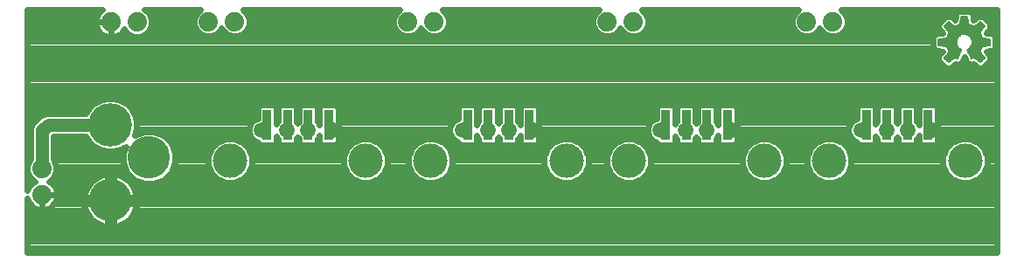
<source format=gbl>
G75*
G70*
%OFA0B0*%
%FSLAX24Y24*%
%IPPOS*%
%LPD*%
%AMOC8*
5,1,8,0,0,1.08239X$1,22.5*
%
%ADD10R,0.0350X0.1180*%
%ADD11C,0.1310*%
%ADD12C,0.1660*%
%ADD13C,0.1620*%
%ADD14C,0.0059*%
%ADD15C,0.0740*%
%ADD16C,0.0240*%
%ADD17C,0.0560*%
%ADD18C,0.0591*%
%ADD19C,0.0500*%
%ADD20C,0.0400*%
D10*
X010125Y005960D03*
X010905Y005960D03*
X011695Y005960D03*
X012482Y005960D03*
X017768Y005960D03*
X018555Y005960D03*
X019345Y005960D03*
X020132Y005960D03*
X025325Y005960D03*
X026105Y005960D03*
X026895Y005960D03*
X027682Y005960D03*
X032975Y005960D03*
X033755Y005960D03*
X034545Y005960D03*
X035332Y005960D03*
D11*
X036735Y004600D03*
X031565Y004600D03*
X029085Y004600D03*
X023915Y004600D03*
X021535Y004600D03*
X016365Y004600D03*
X013885Y004600D03*
X008715Y004600D03*
D12*
X004150Y005964D03*
D13*
X005631Y004713D03*
X004160Y003081D03*
D14*
X035733Y009001D02*
X035733Y009241D01*
X036050Y009273D01*
X036084Y009380D01*
X036136Y009480D01*
X035934Y009727D01*
X036103Y009897D01*
X036351Y009695D01*
X036451Y009746D01*
X036557Y009781D01*
X036589Y010098D01*
X036829Y010098D01*
X036862Y009781D01*
X036968Y009746D01*
X037068Y009695D01*
X037315Y009897D01*
X037485Y009727D01*
X037283Y009480D01*
X037335Y009380D01*
X037369Y009273D01*
X037686Y009241D01*
X037686Y009001D01*
X037369Y008969D01*
X037335Y008862D01*
X037283Y008763D01*
X037485Y008515D01*
X037315Y008346D01*
X037068Y008547D01*
X036968Y008496D01*
X036827Y008837D01*
X036880Y008866D01*
X036927Y008904D01*
X036965Y008950D01*
X036994Y009004D01*
X037011Y009061D01*
X037017Y009121D01*
X037011Y009184D01*
X036991Y009244D01*
X036960Y009299D01*
X036919Y009347D01*
X036868Y009385D01*
X036811Y009412D01*
X036750Y009426D01*
X036686Y009428D01*
X036624Y009417D01*
X036566Y009393D01*
X036513Y009358D01*
X036469Y009313D01*
X036435Y009260D01*
X036412Y009201D01*
X036402Y009139D01*
X036405Y009075D01*
X036421Y009014D01*
X036449Y008958D01*
X036488Y008908D01*
X036536Y008867D01*
X036592Y008837D01*
X036450Y008496D01*
X036351Y008547D01*
X036103Y008346D01*
X035934Y008515D01*
X036136Y008763D01*
X036084Y008862D01*
X036050Y008969D01*
X035733Y009001D01*
X035733Y009030D02*
X036417Y009030D01*
X036405Y009088D02*
X035733Y009088D01*
X035733Y009146D02*
X036403Y009146D01*
X036413Y009203D02*
X035733Y009203D01*
X035924Y009261D02*
X036435Y009261D01*
X036474Y009318D02*
X036064Y009318D01*
X036083Y009376D02*
X036540Y009376D01*
X036880Y009376D02*
X037336Y009376D01*
X037354Y009318D02*
X036944Y009318D01*
X036982Y009261D02*
X037495Y009261D01*
X037686Y009203D02*
X037005Y009203D01*
X037015Y009146D02*
X037686Y009146D01*
X037686Y009088D02*
X037014Y009088D01*
X037002Y009030D02*
X037686Y009030D01*
X037406Y008973D02*
X036977Y008973D01*
X036936Y008915D02*
X037352Y008915D01*
X037332Y008858D02*
X036866Y008858D01*
X036842Y008800D02*
X037303Y008800D01*
X037300Y008743D02*
X036866Y008743D01*
X036890Y008685D02*
X037347Y008685D01*
X037394Y008628D02*
X036914Y008628D01*
X036938Y008570D02*
X037440Y008570D01*
X037482Y008512D02*
X037111Y008512D01*
X037182Y008455D02*
X037425Y008455D01*
X037367Y008397D02*
X037252Y008397D01*
X037000Y008512D02*
X036962Y008512D01*
X036481Y008570D02*
X035978Y008570D01*
X035937Y008512D02*
X036308Y008512D01*
X036237Y008455D02*
X035994Y008455D01*
X036052Y008397D02*
X036167Y008397D01*
X036419Y008512D02*
X036457Y008512D01*
X036505Y008628D02*
X036025Y008628D01*
X036072Y008685D02*
X036529Y008685D01*
X036553Y008743D02*
X036119Y008743D01*
X036116Y008800D02*
X036576Y008800D01*
X036554Y008858D02*
X036087Y008858D01*
X036067Y008915D02*
X036482Y008915D01*
X036441Y008973D02*
X036013Y008973D01*
X036112Y009433D02*
X037307Y009433D01*
X037292Y009491D02*
X036127Y009491D01*
X036080Y009548D02*
X037339Y009548D01*
X037386Y009606D02*
X036033Y009606D01*
X035986Y009664D02*
X037433Y009664D01*
X037480Y009721D02*
X037100Y009721D01*
X037018Y009721D02*
X036401Y009721D01*
X036319Y009721D02*
X035939Y009721D01*
X035985Y009779D02*
X036248Y009779D01*
X036178Y009836D02*
X036043Y009836D01*
X036100Y009894D02*
X036107Y009894D01*
X036551Y009779D02*
X036868Y009779D01*
X036856Y009836D02*
X036563Y009836D01*
X036569Y009894D02*
X036850Y009894D01*
X036844Y009951D02*
X036575Y009951D01*
X036580Y010009D02*
X036838Y010009D01*
X036833Y010066D02*
X036586Y010066D01*
X037241Y009836D02*
X037376Y009836D01*
X037434Y009779D02*
X037170Y009779D01*
X037312Y009894D02*
X037319Y009894D01*
D15*
X031700Y009900D03*
X030700Y009900D03*
X024100Y009900D03*
X023100Y009900D03*
X016500Y009900D03*
X015500Y009900D03*
X008900Y009900D03*
X007900Y009900D03*
X005170Y009880D03*
X004170Y009880D03*
X001550Y004300D03*
X001550Y003300D03*
D16*
X001000Y003148D02*
X001000Y001087D01*
X037938Y001087D01*
X037938Y010363D01*
X032015Y010363D01*
X032166Y010212D01*
X032250Y010009D01*
X032250Y009791D01*
X032166Y009588D01*
X032012Y009434D01*
X031809Y009350D01*
X031591Y009350D01*
X031388Y009434D01*
X031234Y009588D01*
X031200Y009670D01*
X031166Y009588D01*
X031012Y009434D01*
X030809Y009350D01*
X030591Y009350D01*
X030388Y009434D01*
X030234Y009588D01*
X030150Y009791D01*
X030150Y010009D01*
X030234Y010212D01*
X030385Y010363D01*
X024415Y010363D01*
X024566Y010212D01*
X024650Y010009D01*
X024650Y009791D01*
X024566Y009588D01*
X024412Y009434D01*
X024209Y009350D01*
X023991Y009350D01*
X023788Y009434D01*
X023634Y009588D01*
X023600Y009670D01*
X023566Y009588D01*
X023412Y009434D01*
X023209Y009350D01*
X022991Y009350D01*
X022788Y009434D01*
X022634Y009588D01*
X022550Y009791D01*
X022550Y010009D01*
X022634Y010212D01*
X022785Y010363D01*
X016815Y010363D01*
X016966Y010212D01*
X017050Y010009D01*
X017050Y009791D01*
X016966Y009588D01*
X016812Y009434D01*
X016609Y009350D01*
X016391Y009350D01*
X016188Y009434D01*
X016034Y009588D01*
X016000Y009670D01*
X015966Y009588D01*
X015812Y009434D01*
X015609Y009350D01*
X015391Y009350D01*
X015188Y009434D01*
X015034Y009588D01*
X014950Y009791D01*
X014950Y010009D01*
X015034Y010212D01*
X015185Y010363D01*
X009215Y010363D01*
X009366Y010212D01*
X009450Y010009D01*
X009450Y009791D01*
X009366Y009588D01*
X009212Y009434D01*
X009009Y009350D01*
X008791Y009350D01*
X008588Y009434D01*
X008434Y009588D01*
X008400Y009670D01*
X008366Y009588D01*
X008212Y009434D01*
X008009Y009350D01*
X007791Y009350D01*
X007588Y009434D01*
X007434Y009588D01*
X007350Y009791D01*
X007350Y010009D01*
X007434Y010212D01*
X007585Y010363D01*
X005442Y010363D01*
X005482Y010346D01*
X005636Y010192D01*
X005720Y009989D01*
X005720Y009771D01*
X005636Y009568D01*
X005482Y009414D01*
X005279Y009330D01*
X005061Y009330D01*
X004858Y009414D01*
X004704Y009568D01*
X004680Y009626D01*
X004658Y009581D01*
X004605Y009509D01*
X004541Y009445D01*
X004469Y009392D01*
X004389Y009352D01*
X004303Y009324D01*
X004215Y009310D01*
X004170Y009310D01*
X004170Y009880D01*
X004170Y009880D01*
X003600Y009880D01*
X003600Y009925D01*
X003614Y010013D01*
X003642Y010099D01*
X003682Y010179D01*
X003735Y010251D01*
X003799Y010315D01*
X003864Y010363D01*
X001000Y010363D01*
X001000Y003452D01*
X001022Y003519D01*
X001062Y003599D01*
X001115Y003671D01*
X001179Y003735D01*
X001251Y003788D01*
X001296Y003810D01*
X001238Y003834D01*
X001084Y003988D01*
X001000Y004191D01*
X001000Y004409D01*
X001084Y004612D01*
X001120Y004648D01*
X001120Y005836D01*
X001185Y005994D01*
X001306Y006115D01*
X001491Y006299D01*
X001562Y006328D01*
X001562Y006328D01*
X001720Y006394D01*
X003232Y006394D01*
X003342Y006584D01*
X003530Y006772D01*
X003760Y006905D01*
X004017Y006974D01*
X004283Y006974D01*
X004540Y006905D01*
X004770Y006772D01*
X004958Y006584D01*
X005091Y006354D01*
X005160Y006097D01*
X005160Y005831D01*
X005091Y005574D01*
X005081Y005556D01*
X005434Y005703D01*
X005828Y005703D01*
X006192Y005552D01*
X006470Y005273D01*
X006621Y004910D01*
X006621Y004516D01*
X006470Y004152D01*
X006192Y003873D01*
X005828Y003723D01*
X005434Y003723D01*
X005070Y003873D01*
X004792Y004152D01*
X004641Y004516D01*
X004641Y004910D01*
X004734Y005135D01*
X004540Y005023D01*
X004283Y004954D01*
X004017Y004954D01*
X003760Y005023D01*
X003530Y005156D01*
X003342Y005344D01*
X003232Y005534D01*
X001980Y005534D01*
X001980Y004648D01*
X002016Y004612D01*
X002100Y004409D01*
X002100Y004191D01*
X002016Y003988D01*
X001862Y003834D01*
X001804Y003810D01*
X001849Y003788D01*
X001921Y003735D01*
X001985Y003671D01*
X002038Y003599D01*
X002078Y003519D01*
X002106Y003433D01*
X002120Y003345D01*
X002120Y003300D01*
X001550Y003300D01*
X001550Y003300D01*
X002120Y003300D01*
X002120Y003255D01*
X002106Y003167D01*
X002078Y003081D01*
X002038Y003001D01*
X001985Y002929D01*
X001921Y002865D01*
X001849Y002812D01*
X001769Y002772D01*
X001683Y002744D01*
X001595Y002730D01*
X001550Y002730D01*
X001550Y003300D01*
X001550Y003300D01*
X001550Y002730D01*
X001505Y002730D01*
X001417Y002744D01*
X001331Y002772D01*
X001251Y002812D01*
X001179Y002865D01*
X001115Y002929D01*
X001062Y003001D01*
X001022Y003081D01*
X001000Y003148D01*
X001000Y002947D02*
X001102Y002947D01*
X001000Y002708D02*
X003221Y002708D01*
X003225Y002694D02*
X003188Y002801D01*
X003163Y002912D01*
X003157Y002961D01*
X004040Y002961D01*
X004280Y002961D01*
X004280Y002079D01*
X004329Y002084D01*
X004440Y002109D01*
X004547Y002147D01*
X004649Y002196D01*
X004745Y002256D01*
X004834Y002327D01*
X004914Y002407D01*
X004985Y002496D01*
X005045Y002592D01*
X005095Y002694D01*
X005132Y002801D01*
X005157Y002912D01*
X005163Y002961D01*
X004280Y002961D01*
X004280Y003201D01*
X005163Y003201D01*
X005157Y003251D01*
X005132Y003362D01*
X005095Y003469D01*
X005045Y003571D01*
X004985Y003667D01*
X004914Y003756D01*
X004834Y003836D01*
X004745Y003907D01*
X004649Y003967D01*
X004547Y004016D01*
X004440Y004054D01*
X004329Y004079D01*
X004280Y004084D01*
X004280Y003202D01*
X004040Y003202D01*
X004040Y004084D01*
X003991Y004079D01*
X003880Y004054D01*
X003773Y004016D01*
X003671Y003967D01*
X003575Y003907D01*
X003486Y003836D01*
X003406Y003756D01*
X003335Y003667D01*
X003275Y003571D01*
X003225Y003469D01*
X003188Y003362D01*
X003163Y003251D01*
X003157Y003201D01*
X004040Y003201D01*
X004040Y002961D01*
X004040Y002079D01*
X003991Y002084D01*
X003880Y002109D01*
X003773Y002147D01*
X003671Y002196D01*
X003575Y002256D01*
X003486Y002327D01*
X003406Y002407D01*
X003335Y002496D01*
X003275Y002592D01*
X003225Y002694D01*
X003356Y002470D02*
X001000Y002470D01*
X001000Y002231D02*
X003615Y002231D01*
X004040Y002231D02*
X004280Y002231D01*
X004705Y002231D02*
X037938Y002231D01*
X037938Y001993D02*
X001000Y001993D01*
X001000Y001754D02*
X037938Y001754D01*
X037938Y001516D02*
X001000Y001516D01*
X001000Y001277D02*
X037938Y001277D01*
X037938Y002470D02*
X004964Y002470D01*
X004280Y002470D02*
X004040Y002470D01*
X004040Y002708D02*
X004280Y002708D01*
X004280Y002947D02*
X004040Y002947D01*
X004040Y003185D02*
X002109Y003185D01*
X001550Y003185D02*
X001550Y003185D01*
X001550Y002947D02*
X001550Y002947D01*
X001998Y002947D02*
X003159Y002947D01*
X004280Y003185D02*
X037938Y003185D01*
X037938Y002947D02*
X005161Y002947D01*
X005099Y002708D02*
X037938Y002708D01*
X037938Y003424D02*
X005110Y003424D01*
X004988Y003662D02*
X037938Y003662D01*
X037208Y003892D02*
X036901Y003765D01*
X036569Y003765D01*
X036262Y003892D01*
X036027Y004127D01*
X035900Y004434D01*
X035900Y004766D01*
X036027Y005073D01*
X036262Y005308D01*
X036569Y005435D01*
X036901Y005435D01*
X037208Y005308D01*
X037443Y005073D01*
X037570Y004766D01*
X037570Y004434D01*
X037443Y004127D01*
X037208Y003892D01*
X037216Y003901D02*
X037938Y003901D01*
X037938Y004139D02*
X037448Y004139D01*
X037547Y004378D02*
X037938Y004378D01*
X037938Y004616D02*
X037570Y004616D01*
X037533Y004855D02*
X037938Y004855D01*
X037938Y005093D02*
X037423Y005093D01*
X037151Y005332D02*
X037938Y005332D01*
X037938Y005570D02*
X035687Y005570D01*
X035687Y005332D02*
X036319Y005332D01*
X035687Y005295D02*
X035582Y005190D01*
X035083Y005190D01*
X034977Y005295D01*
X034977Y005550D01*
X034953Y005491D01*
X034900Y005438D01*
X034900Y005295D01*
X034795Y005190D01*
X034295Y005190D01*
X034190Y005295D01*
X034190Y005448D01*
X034150Y005488D01*
X034110Y005448D01*
X034110Y005295D01*
X034005Y005190D01*
X033505Y005190D01*
X033400Y005295D01*
X033400Y005438D01*
X033347Y005491D01*
X033330Y005532D01*
X033330Y005295D01*
X033225Y005190D01*
X032725Y005190D01*
X032620Y005295D01*
X032620Y005309D01*
X032504Y005357D01*
X032371Y005491D01*
X032298Y005665D01*
X032298Y005855D01*
X032371Y006029D01*
X032504Y006163D01*
X032620Y006211D01*
X032620Y006625D01*
X032725Y006730D01*
X033225Y006730D01*
X033330Y006625D01*
X033330Y005988D01*
X033347Y006029D01*
X033400Y006082D01*
X033400Y006625D01*
X033505Y006730D01*
X034005Y006730D01*
X034110Y006625D01*
X034110Y006072D01*
X034150Y006032D01*
X034190Y006072D01*
X034190Y006625D01*
X034295Y006730D01*
X034795Y006730D01*
X034900Y006625D01*
X034900Y006082D01*
X034953Y006029D01*
X034977Y005970D01*
X034977Y006625D01*
X035083Y006730D01*
X035582Y006730D01*
X035687Y006625D01*
X035687Y005295D01*
X036047Y005093D02*
X032253Y005093D01*
X032273Y005073D02*
X032038Y005308D01*
X031731Y005435D01*
X031399Y005435D01*
X031092Y005308D01*
X030857Y005073D01*
X030730Y004766D01*
X030730Y004434D01*
X030857Y004127D01*
X031092Y003892D01*
X031399Y003765D01*
X031731Y003765D01*
X032038Y003892D01*
X032273Y004127D01*
X032400Y004434D01*
X032400Y004766D01*
X032273Y005073D01*
X032363Y004855D02*
X035937Y004855D01*
X035900Y004616D02*
X032400Y004616D01*
X032377Y004378D02*
X035923Y004378D01*
X036022Y004139D02*
X032278Y004139D01*
X032046Y003901D02*
X036254Y003901D01*
X034977Y005332D02*
X034900Y005332D01*
X034190Y005332D02*
X034110Y005332D01*
X033400Y005332D02*
X033330Y005332D01*
X032566Y005332D02*
X031981Y005332D01*
X032338Y005570D02*
X028037Y005570D01*
X028037Y005332D02*
X028669Y005332D01*
X028612Y005308D02*
X028377Y005073D01*
X028250Y004766D01*
X028250Y004434D01*
X028377Y004127D01*
X028612Y003892D01*
X028919Y003765D01*
X029251Y003765D01*
X029558Y003892D01*
X029793Y004127D01*
X029920Y004434D01*
X029920Y004766D01*
X029793Y005073D01*
X029558Y005308D01*
X029251Y005435D01*
X028919Y005435D01*
X028612Y005308D01*
X028037Y005295D02*
X027932Y005190D01*
X027433Y005190D01*
X027327Y005295D01*
X027327Y005557D01*
X027300Y005491D01*
X027250Y005441D01*
X027250Y005295D01*
X027145Y005190D01*
X026645Y005190D01*
X026540Y005295D01*
X026540Y005445D01*
X026497Y005488D01*
X026460Y005451D01*
X026460Y005295D01*
X026355Y005190D01*
X025855Y005190D01*
X025750Y005295D01*
X025750Y005435D01*
X025694Y005491D01*
X025680Y005524D01*
X025680Y005295D01*
X025575Y005190D01*
X025075Y005190D01*
X024970Y005295D01*
X024970Y005308D01*
X024851Y005357D01*
X024717Y005491D01*
X024645Y005665D01*
X024645Y005855D01*
X024717Y006029D01*
X024851Y006163D01*
X024970Y006212D01*
X024970Y006625D01*
X025075Y006730D01*
X025575Y006730D01*
X025680Y006625D01*
X025680Y005996D01*
X025694Y006029D01*
X025750Y006085D01*
X025750Y006625D01*
X025855Y006730D01*
X026355Y006730D01*
X026460Y006625D01*
X026460Y006069D01*
X026497Y006032D01*
X026540Y006075D01*
X026540Y006625D01*
X026645Y006730D01*
X027145Y006730D01*
X027250Y006625D01*
X027250Y006079D01*
X027300Y006029D01*
X027327Y005963D01*
X027327Y006625D01*
X027433Y006730D01*
X027932Y006730D01*
X028037Y006625D01*
X028037Y005295D01*
X028397Y005093D02*
X024603Y005093D01*
X024623Y005073D02*
X024388Y005308D01*
X024081Y005435D01*
X023749Y005435D01*
X023442Y005308D01*
X023207Y005073D01*
X023080Y004766D01*
X023080Y004434D01*
X023207Y004127D01*
X023442Y003892D01*
X023749Y003765D01*
X024081Y003765D01*
X024388Y003892D01*
X024623Y004127D01*
X024750Y004434D01*
X024750Y004766D01*
X024623Y005073D01*
X024713Y004855D02*
X028287Y004855D01*
X028250Y004616D02*
X024750Y004616D01*
X024727Y004378D02*
X028273Y004378D01*
X028372Y004139D02*
X024628Y004139D01*
X024396Y003901D02*
X028604Y003901D01*
X029566Y003901D02*
X031084Y003901D01*
X030852Y004139D02*
X029798Y004139D01*
X029897Y004378D02*
X030753Y004378D01*
X030730Y004616D02*
X029920Y004616D01*
X029883Y004855D02*
X030767Y004855D01*
X030877Y005093D02*
X029773Y005093D01*
X029501Y005332D02*
X031149Y005332D01*
X032298Y005809D02*
X028037Y005809D01*
X028037Y006047D02*
X032388Y006047D01*
X032620Y006286D02*
X028037Y006286D01*
X028037Y006524D02*
X032620Y006524D01*
X033330Y006524D02*
X033400Y006524D01*
X034110Y006524D02*
X034190Y006524D01*
X034190Y006286D02*
X034110Y006286D01*
X033400Y006286D02*
X033330Y006286D01*
X033330Y006047D02*
X033365Y006047D01*
X034135Y006047D02*
X034165Y006047D01*
X034935Y006047D02*
X034977Y006047D01*
X034977Y006286D02*
X034900Y006286D01*
X034900Y006524D02*
X034977Y006524D01*
X035687Y006524D02*
X037938Y006524D01*
X037938Y006286D02*
X035687Y006286D01*
X035687Y006047D02*
X037938Y006047D01*
X037938Y005809D02*
X035687Y005809D01*
X037938Y006763D02*
X004779Y006763D01*
X004993Y006524D02*
X009770Y006524D01*
X009770Y006625D02*
X009770Y006211D01*
X009654Y006163D01*
X009520Y006029D01*
X009448Y005855D01*
X009448Y005665D01*
X009520Y005491D01*
X009654Y005357D01*
X009770Y005309D01*
X009770Y005295D01*
X009875Y005190D01*
X010375Y005190D01*
X010480Y005295D01*
X010480Y005532D01*
X010497Y005491D01*
X010550Y005438D01*
X010550Y005295D01*
X010655Y005190D01*
X011155Y005190D01*
X011260Y005295D01*
X011260Y005448D01*
X011300Y005488D01*
X011340Y005448D01*
X011340Y005295D01*
X011445Y005190D01*
X011945Y005190D01*
X012050Y005295D01*
X012050Y005438D01*
X012103Y005491D01*
X012127Y005550D01*
X012127Y005295D01*
X012233Y005190D01*
X012732Y005190D01*
X012837Y005295D01*
X012837Y006625D01*
X012732Y006730D01*
X012233Y006730D01*
X012127Y006625D01*
X012127Y005970D01*
X012103Y006029D01*
X012050Y006082D01*
X012050Y006625D01*
X011945Y006730D01*
X011445Y006730D01*
X011340Y006625D01*
X011340Y006072D01*
X011300Y006032D01*
X011260Y006072D01*
X011260Y006625D01*
X011155Y006730D01*
X010655Y006730D01*
X010550Y006625D01*
X010550Y006082D01*
X010497Y006029D01*
X010480Y005988D01*
X010480Y006625D01*
X010375Y006730D01*
X009875Y006730D01*
X009770Y006625D01*
X010480Y006524D02*
X010550Y006524D01*
X010550Y006286D02*
X010480Y006286D01*
X010480Y006047D02*
X010515Y006047D01*
X011285Y006047D02*
X011315Y006047D01*
X011340Y006286D02*
X011260Y006286D01*
X011260Y006524D02*
X011340Y006524D01*
X012050Y006524D02*
X012127Y006524D01*
X012127Y006286D02*
X012050Y006286D01*
X012085Y006047D02*
X012127Y006047D01*
X012837Y006047D02*
X017188Y006047D01*
X017170Y006029D02*
X017097Y005855D01*
X017097Y005665D01*
X017170Y005491D01*
X017304Y005357D01*
X017413Y005312D01*
X017413Y005295D01*
X017518Y005190D01*
X018017Y005190D01*
X018123Y005295D01*
X018123Y005549D01*
X018147Y005491D01*
X018200Y005437D01*
X018200Y005295D01*
X018305Y005190D01*
X018805Y005190D01*
X018910Y005295D01*
X018910Y005448D01*
X018950Y005488D01*
X018990Y005447D01*
X018990Y005295D01*
X019095Y005190D01*
X019595Y005190D01*
X019700Y005295D01*
X019700Y005438D01*
X019753Y005491D01*
X019777Y005551D01*
X019777Y005295D01*
X019883Y005190D01*
X020382Y005190D01*
X020487Y005295D01*
X020487Y006625D01*
X020382Y006730D01*
X019883Y006730D01*
X019777Y006625D01*
X019777Y005969D01*
X019753Y006029D01*
X019700Y006082D01*
X019700Y006625D01*
X019595Y006730D01*
X019095Y006730D01*
X018990Y006625D01*
X018990Y006073D01*
X018950Y006032D01*
X018910Y006072D01*
X018910Y006625D01*
X018805Y006730D01*
X018305Y006730D01*
X018200Y006625D01*
X018200Y006083D01*
X018147Y006029D01*
X018123Y005971D01*
X018123Y006625D01*
X018017Y006730D01*
X017518Y006730D01*
X017413Y006625D01*
X017413Y006208D01*
X017304Y006163D01*
X017170Y006029D01*
X017097Y005809D02*
X012837Y005809D01*
X012837Y005570D02*
X017137Y005570D01*
X016838Y005308D02*
X016531Y005435D01*
X016199Y005435D01*
X015892Y005308D01*
X015657Y005073D01*
X015530Y004766D01*
X015530Y004434D01*
X015657Y004127D01*
X015892Y003892D01*
X016199Y003765D01*
X016531Y003765D01*
X016838Y003892D01*
X017073Y004127D01*
X017200Y004434D01*
X017200Y004766D01*
X017073Y005073D01*
X016838Y005308D01*
X016781Y005332D02*
X017365Y005332D01*
X017053Y005093D02*
X020847Y005093D01*
X020827Y005073D02*
X020700Y004766D01*
X020700Y004434D01*
X020827Y004127D01*
X021062Y003892D01*
X021369Y003765D01*
X021701Y003765D01*
X022008Y003892D01*
X022243Y004127D01*
X022370Y004434D01*
X022370Y004766D01*
X022243Y005073D01*
X022008Y005308D01*
X021701Y005435D01*
X021369Y005435D01*
X021062Y005308D01*
X020827Y005073D01*
X020737Y004855D02*
X017163Y004855D01*
X017200Y004616D02*
X020700Y004616D01*
X020723Y004378D02*
X017177Y004378D01*
X017078Y004139D02*
X020822Y004139D01*
X021054Y003901D02*
X016846Y003901D01*
X015884Y003901D02*
X014366Y003901D01*
X014358Y003892D02*
X014593Y004127D01*
X014720Y004434D01*
X014720Y004766D01*
X014593Y005073D01*
X014358Y005308D01*
X014051Y005435D01*
X013719Y005435D01*
X013412Y005308D01*
X013177Y005073D01*
X013050Y004766D01*
X013050Y004434D01*
X013177Y004127D01*
X013412Y003892D01*
X013719Y003765D01*
X014051Y003765D01*
X014358Y003892D01*
X014598Y004139D02*
X015652Y004139D01*
X015553Y004378D02*
X014697Y004378D01*
X014720Y004616D02*
X015530Y004616D01*
X015567Y004855D02*
X014683Y004855D01*
X014573Y005093D02*
X015677Y005093D01*
X015949Y005332D02*
X014301Y005332D01*
X013469Y005332D02*
X012837Y005332D01*
X013197Y005093D02*
X009403Y005093D01*
X009423Y005073D02*
X009188Y005308D01*
X008881Y005435D01*
X008549Y005435D01*
X008242Y005308D01*
X008007Y005073D01*
X007880Y004766D01*
X007880Y004434D01*
X008007Y004127D01*
X008242Y003892D01*
X008549Y003765D01*
X008881Y003765D01*
X009188Y003892D01*
X009423Y004127D01*
X009550Y004434D01*
X009550Y004766D01*
X009423Y005073D01*
X009513Y004855D02*
X013087Y004855D01*
X013050Y004616D02*
X009550Y004616D01*
X009527Y004378D02*
X013073Y004378D01*
X013172Y004139D02*
X009428Y004139D01*
X009196Y003901D02*
X013404Y003901D01*
X012127Y005332D02*
X012050Y005332D01*
X011340Y005332D02*
X011260Y005332D01*
X010550Y005332D02*
X010480Y005332D01*
X009716Y005332D02*
X009131Y005332D01*
X009487Y005570D02*
X006148Y005570D01*
X006412Y005332D02*
X008299Y005332D01*
X008027Y005093D02*
X006545Y005093D01*
X006621Y004855D02*
X007917Y004855D01*
X007880Y004616D02*
X006621Y004616D01*
X006564Y004378D02*
X007903Y004378D01*
X008002Y004139D02*
X006457Y004139D01*
X006219Y003901D02*
X008234Y003901D01*
X005043Y003901D02*
X004753Y003901D01*
X004280Y003901D02*
X004040Y003901D01*
X003567Y003901D02*
X001928Y003901D01*
X002079Y004139D02*
X004804Y004139D01*
X004698Y004378D02*
X002100Y004378D01*
X002012Y004616D02*
X004641Y004616D01*
X004641Y004855D02*
X001980Y004855D01*
X001980Y005093D02*
X003638Y005093D01*
X003354Y005332D02*
X001980Y005332D01*
X001120Y005332D02*
X001000Y005332D01*
X001000Y005570D02*
X001120Y005570D01*
X001120Y005809D02*
X001000Y005809D01*
X001000Y006047D02*
X001239Y006047D01*
X001000Y006286D02*
X001477Y006286D01*
X001000Y006524D02*
X003307Y006524D01*
X003521Y006763D02*
X001000Y006763D01*
X001000Y007001D02*
X037938Y007001D01*
X037938Y007240D02*
X001000Y007240D01*
X001000Y007478D02*
X037938Y007478D01*
X037938Y007717D02*
X001000Y007717D01*
X001000Y007955D02*
X037938Y007955D01*
X037471Y008205D02*
X037423Y008146D01*
X037411Y008145D01*
X037402Y008136D01*
X037326Y008136D01*
X037250Y008128D01*
X037241Y008136D01*
X037229Y008136D01*
X037175Y008190D01*
X037042Y008298D01*
X036987Y008270D01*
X036978Y008273D01*
X036968Y008269D01*
X036896Y008299D01*
X036822Y008323D01*
X036817Y008332D01*
X036808Y008336D01*
X036778Y008408D01*
X036742Y008477D01*
X036745Y008487D01*
X036709Y008574D01*
X036673Y008487D01*
X036676Y008477D01*
X036641Y008408D01*
X036611Y008336D01*
X036602Y008332D01*
X036597Y008323D01*
X036523Y008299D01*
X036450Y008269D01*
X036441Y008273D01*
X036432Y008270D01*
X036377Y008298D01*
X036244Y008190D01*
X036190Y008136D01*
X036178Y008136D01*
X036169Y008128D01*
X036093Y008136D01*
X036017Y008136D01*
X036008Y008145D01*
X035996Y008146D01*
X035948Y008205D01*
X035793Y008360D01*
X035734Y008408D01*
X035733Y008420D01*
X035724Y008428D01*
X035724Y008505D01*
X035717Y008580D01*
X035724Y008590D01*
X035724Y008602D01*
X035778Y008656D01*
X035876Y008776D01*
X035722Y008792D01*
X035646Y008792D01*
X035637Y008800D01*
X035625Y008802D01*
X035577Y008861D01*
X035523Y008915D01*
X035523Y008927D01*
X035515Y008936D01*
X035523Y009012D01*
X035523Y009231D01*
X035515Y009306D01*
X035523Y009316D01*
X035523Y009328D01*
X035577Y009382D01*
X035625Y009441D01*
X035637Y009442D01*
X035646Y009451D01*
X035722Y009451D01*
X035876Y009466D01*
X035778Y009587D01*
X035724Y009640D01*
X035724Y009653D01*
X035717Y009662D01*
X035724Y009738D01*
X035724Y009814D01*
X035733Y009823D01*
X035734Y009835D01*
X035793Y009883D01*
X035948Y010037D01*
X035996Y010097D01*
X036008Y010098D01*
X036017Y010106D01*
X036093Y010106D01*
X036169Y010114D01*
X036178Y010106D01*
X036190Y010106D01*
X036244Y010053D01*
X036364Y009955D01*
X036380Y010109D01*
X036380Y010185D01*
X036389Y010194D01*
X036390Y010206D01*
X036449Y010254D01*
X036503Y010308D01*
X036515Y010308D01*
X036524Y010315D01*
X036600Y010308D01*
X036819Y010308D01*
X036895Y010315D01*
X036904Y010308D01*
X036916Y010308D01*
X036970Y010254D01*
X037029Y010206D01*
X037030Y010194D01*
X037039Y010185D01*
X037039Y010109D01*
X037055Y009955D01*
X037175Y010053D01*
X037229Y010106D01*
X037241Y010106D01*
X037250Y010114D01*
X037326Y010106D01*
X037402Y010106D01*
X037411Y010098D01*
X037423Y010097D01*
X037471Y010037D01*
X037626Y009883D01*
X037685Y009835D01*
X037686Y009823D01*
X037695Y009814D01*
X037695Y009738D01*
X037702Y009662D01*
X037695Y009653D01*
X037695Y009640D01*
X037641Y009587D01*
X037543Y009466D01*
X037697Y009451D01*
X037773Y009451D01*
X037782Y009442D01*
X037794Y009441D01*
X037842Y009382D01*
X037896Y009328D01*
X037896Y009316D01*
X037904Y009306D01*
X037896Y009231D01*
X037896Y009012D01*
X037904Y008936D01*
X037896Y008927D01*
X037896Y008915D01*
X037842Y008861D01*
X037794Y008802D01*
X037782Y008800D01*
X037773Y008792D01*
X037697Y008792D01*
X037543Y008776D01*
X037641Y008656D01*
X037695Y008602D01*
X037695Y008590D01*
X037702Y008580D01*
X037695Y008505D01*
X037695Y008428D01*
X037686Y008420D01*
X037685Y008408D01*
X037626Y008360D01*
X037471Y008205D01*
X037462Y008194D02*
X037938Y008194D01*
X037938Y008432D02*
X037695Y008432D01*
X037629Y008671D02*
X037938Y008671D01*
X037938Y008909D02*
X037890Y008909D01*
X037896Y009148D02*
X037938Y009148D01*
X037938Y009386D02*
X037839Y009386D01*
X037938Y009625D02*
X037679Y009625D01*
X037650Y009863D02*
X037938Y009863D01*
X037938Y010102D02*
X037407Y010102D01*
X037224Y010102D02*
X037040Y010102D01*
X036379Y010102D02*
X036195Y010102D01*
X036012Y010102D02*
X032212Y010102D01*
X032250Y009863D02*
X035769Y009863D01*
X035740Y009625D02*
X032181Y009625D01*
X031896Y009386D02*
X035580Y009386D01*
X035523Y009148D02*
X001000Y009148D01*
X001000Y008909D02*
X035528Y008909D01*
X035790Y008671D02*
X001000Y008671D01*
X001000Y008432D02*
X035724Y008432D01*
X035957Y008194D02*
X001000Y008194D01*
X003871Y009392D02*
X003951Y009352D01*
X004037Y009324D01*
X004125Y009310D01*
X004170Y009310D01*
X004170Y009880D01*
X004170Y009880D01*
X003600Y009880D01*
X003600Y009835D01*
X003614Y009747D01*
X003642Y009661D01*
X003682Y009581D01*
X003735Y009509D01*
X003799Y009445D01*
X003871Y009392D01*
X003884Y009386D02*
X001000Y009386D01*
X001000Y009625D02*
X003660Y009625D01*
X004170Y009625D02*
X004170Y009625D01*
X004170Y009863D02*
X004170Y009863D01*
X003600Y009863D02*
X001000Y009863D01*
X001000Y010102D02*
X003643Y010102D01*
X003833Y010340D02*
X001000Y010340D01*
X004170Y009386D02*
X004170Y009386D01*
X004456Y009386D02*
X004925Y009386D01*
X004681Y009625D02*
X004680Y009625D01*
X005415Y009386D02*
X007704Y009386D01*
X008096Y009386D02*
X008704Y009386D01*
X009096Y009386D02*
X015304Y009386D01*
X015696Y009386D02*
X016304Y009386D01*
X016696Y009386D02*
X022904Y009386D01*
X023296Y009386D02*
X023904Y009386D01*
X024296Y009386D02*
X030504Y009386D01*
X030896Y009386D02*
X031504Y009386D01*
X031219Y009625D02*
X031181Y009625D01*
X030219Y009625D02*
X024581Y009625D01*
X024650Y009863D02*
X030150Y009863D01*
X030188Y010102D02*
X024612Y010102D01*
X024438Y010340D02*
X030362Y010340D01*
X032038Y010340D02*
X037938Y010340D01*
X036766Y008432D02*
X036653Y008432D01*
X036248Y008194D02*
X037170Y008194D01*
X027327Y006524D02*
X027250Y006524D01*
X027250Y006286D02*
X027327Y006286D01*
X027327Y006047D02*
X027282Y006047D01*
X026512Y006047D02*
X026482Y006047D01*
X026460Y006286D02*
X026540Y006286D01*
X026540Y006524D02*
X026460Y006524D01*
X025750Y006524D02*
X025680Y006524D01*
X024970Y006524D02*
X020487Y006524D01*
X020487Y006286D02*
X024970Y006286D01*
X025680Y006286D02*
X025750Y006286D01*
X025712Y006047D02*
X025680Y006047D01*
X024735Y006047D02*
X020487Y006047D01*
X019777Y006047D02*
X019735Y006047D01*
X019700Y006286D02*
X019777Y006286D01*
X019777Y006524D02*
X019700Y006524D01*
X018990Y006524D02*
X018910Y006524D01*
X018910Y006286D02*
X018990Y006286D01*
X018964Y006047D02*
X018935Y006047D01*
X018164Y006047D02*
X018123Y006047D01*
X018123Y006286D02*
X018200Y006286D01*
X018200Y006524D02*
X018123Y006524D01*
X017413Y006524D02*
X012837Y006524D01*
X012837Y006286D02*
X017413Y006286D01*
X020487Y005809D02*
X024645Y005809D01*
X024684Y005570D02*
X020487Y005570D01*
X020487Y005332D02*
X021119Y005332D01*
X021951Y005332D02*
X023499Y005332D01*
X023227Y005093D02*
X022223Y005093D01*
X022333Y004855D02*
X023117Y004855D01*
X023080Y004616D02*
X022370Y004616D01*
X022347Y004378D02*
X023103Y004378D01*
X023202Y004139D02*
X022248Y004139D01*
X022016Y003901D02*
X023434Y003901D01*
X024331Y005332D02*
X024913Y005332D01*
X025680Y005332D02*
X025750Y005332D01*
X026460Y005332D02*
X026540Y005332D01*
X027250Y005332D02*
X027327Y005332D01*
X019777Y005332D02*
X019700Y005332D01*
X018990Y005332D02*
X018910Y005332D01*
X018200Y005332D02*
X018123Y005332D01*
X009770Y006286D02*
X005109Y006286D01*
X005160Y006047D02*
X009538Y006047D01*
X009448Y005809D02*
X005154Y005809D01*
X005114Y005570D02*
X005089Y005570D01*
X004717Y005093D02*
X004662Y005093D01*
X001120Y005093D02*
X001000Y005093D01*
X001000Y004855D02*
X001120Y004855D01*
X001088Y004616D02*
X001000Y004616D01*
X001000Y004139D02*
X001021Y004139D01*
X001000Y003901D02*
X001172Y003901D01*
X001108Y003662D02*
X001000Y003662D01*
X001992Y003662D02*
X003332Y003662D01*
X003210Y003424D02*
X002108Y003424D01*
X004040Y003424D02*
X004280Y003424D01*
X004280Y003662D02*
X004040Y003662D01*
X005659Y009625D02*
X007419Y009625D01*
X007350Y009863D02*
X005720Y009863D01*
X005674Y010102D02*
X007388Y010102D01*
X007562Y010340D02*
X005488Y010340D01*
X008381Y009625D02*
X008419Y009625D01*
X009381Y009625D02*
X015019Y009625D01*
X014950Y009863D02*
X009450Y009863D01*
X009412Y010102D02*
X014988Y010102D01*
X015162Y010340D02*
X009238Y010340D01*
X015981Y009625D02*
X016019Y009625D01*
X016981Y009625D02*
X022619Y009625D01*
X022550Y009863D02*
X017050Y009863D01*
X017012Y010102D02*
X022588Y010102D01*
X022762Y010340D02*
X016838Y010340D01*
X023581Y009625D02*
X023619Y009625D01*
D17*
X020650Y007250D03*
X017150Y006600D03*
X013000Y007250D03*
X009500Y006600D03*
X024700Y006600D03*
X028200Y007250D03*
X032300Y006600D03*
X035850Y007300D03*
D18*
X035527Y005760D03*
X034550Y005760D03*
X033750Y005760D03*
X032774Y005760D03*
X027874Y005760D03*
X026897Y005760D03*
X026097Y005760D03*
X025120Y005760D03*
X020326Y005760D03*
X019350Y005760D03*
X019350Y005760D03*
X018550Y005760D03*
X018550Y005760D03*
X017573Y005760D03*
X012677Y005760D03*
X011700Y005760D03*
X010900Y005760D03*
X009923Y005760D03*
D19*
X004150Y005964D02*
X001805Y005964D01*
X001734Y005934D02*
X001550Y005750D01*
X001550Y004300D01*
D20*
X001734Y005935D02*
X001749Y005947D01*
X001767Y005956D01*
X001785Y005962D01*
X001805Y005964D01*
M02*

</source>
